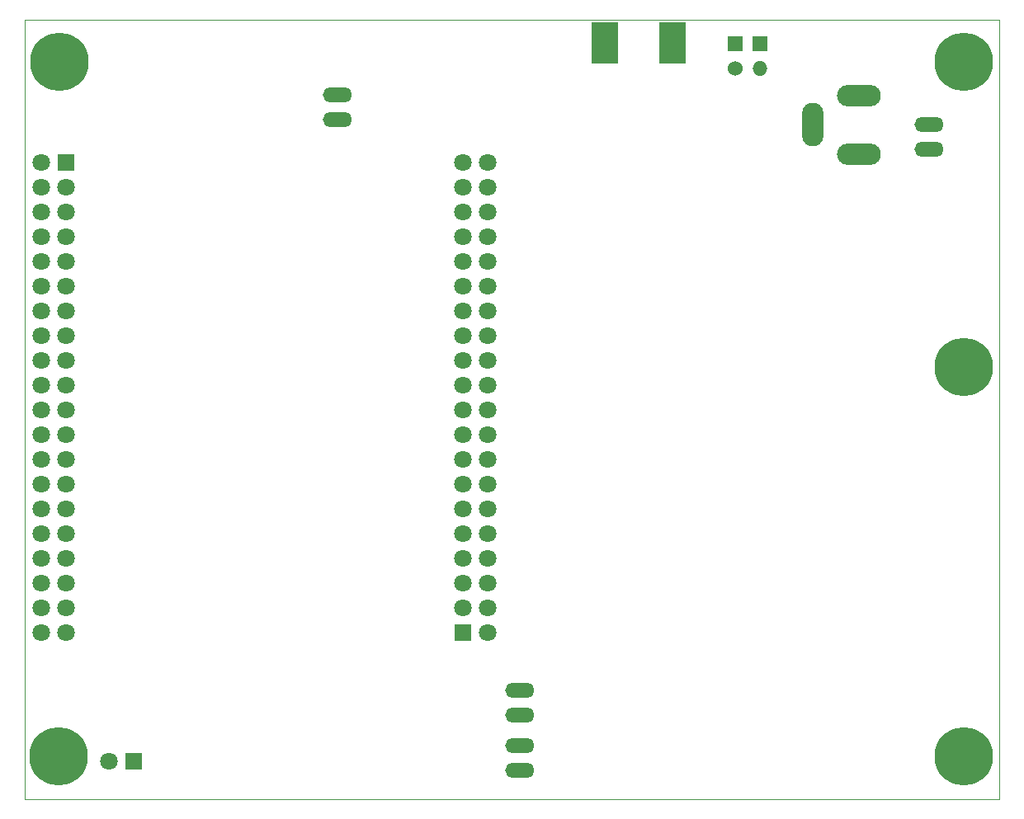
<source format=gbp>
G04 (created by PCBNEW-RS274X (2012-08-04 BZR 3667)-testing) date 10/11/2012 4:33:33 PM*
%MOIN*%
G04 Gerber Fmt 3.4, Leading zero omitted, Abs format*
%FSLAX34Y34*%
G01*
G70*
G90*
G04 APERTURE LIST*
%ADD10C,0.006*%
%ADD11C,0.0039*%
%ADD12O,0.1179X0.06*%
%ADD13R,0.105X0.165*%
%ADD14R,0.06X0.06*%
%ADD15O,0.06X0.06*%
%ADD16C,0.06*%
%ADD17O,0.1772X0.086*%
%ADD18O,0.086X0.1772*%
%ADD19C,0.2362*%
%ADD20C,0.0707*%
%ADD21R,0.0707X0.0707*%
G04 APERTURE END LIST*
G54D10*
G54D11*
X37795Y-22047D02*
X37795Y-53542D01*
X77165Y-22047D02*
X37795Y-22047D01*
X77165Y-53542D02*
X77165Y-22047D01*
X37795Y-53542D02*
X77165Y-53542D01*
G54D12*
X50432Y-25089D03*
X50432Y-26088D03*
X57781Y-50138D03*
X57781Y-49139D03*
X57781Y-52383D03*
X57781Y-51384D03*
X74331Y-26276D03*
X74331Y-27275D03*
G54D13*
X61221Y-22978D03*
X63973Y-22978D03*
G54D14*
X67493Y-23001D03*
G54D15*
X67493Y-24001D03*
G54D14*
X66494Y-23001D03*
G54D16*
X66494Y-24001D03*
G54D17*
X71500Y-25117D03*
G54D18*
X69610Y-26299D03*
G54D17*
X71500Y-27480D03*
G54D19*
X75717Y-23764D03*
X75717Y-36079D03*
G54D20*
X38445Y-27826D03*
X38445Y-28826D03*
X38445Y-29826D03*
X38445Y-30826D03*
X38445Y-31826D03*
X38445Y-32826D03*
X38445Y-33826D03*
X38445Y-34826D03*
X38445Y-35826D03*
X38445Y-36826D03*
X38445Y-37826D03*
X38445Y-38826D03*
X38445Y-39826D03*
X38445Y-40826D03*
X38445Y-41826D03*
X38445Y-42826D03*
X38445Y-43826D03*
X38445Y-44826D03*
X38445Y-45826D03*
X38445Y-46826D03*
X39444Y-28826D03*
X39444Y-29825D03*
X39445Y-30826D03*
X39445Y-31826D03*
X39445Y-32826D03*
X39445Y-33826D03*
X39445Y-34826D03*
X39445Y-35826D03*
X39445Y-36826D03*
X39445Y-38826D03*
X39445Y-37826D03*
X39445Y-39826D03*
X39445Y-40826D03*
X39445Y-41826D03*
X39445Y-42826D03*
X39445Y-43826D03*
X39445Y-44826D03*
X39445Y-45826D03*
X39444Y-46826D03*
G54D21*
X39444Y-27828D03*
G54D20*
X55496Y-27826D03*
X55496Y-28826D03*
X55496Y-29826D03*
X55496Y-30826D03*
X55496Y-31826D03*
X55496Y-32826D03*
X55496Y-33826D03*
X55496Y-34826D03*
X55496Y-35826D03*
X55496Y-36826D03*
X55496Y-37826D03*
X55496Y-38826D03*
X55496Y-39826D03*
X55496Y-40826D03*
X55495Y-41825D03*
X55496Y-42826D03*
X55496Y-43826D03*
X55496Y-44826D03*
X55496Y-45826D03*
G54D21*
X55494Y-46826D03*
G54D20*
X56496Y-27826D03*
X56496Y-28826D03*
X56496Y-29826D03*
X56496Y-30826D03*
X56496Y-31826D03*
X56496Y-32826D03*
X56496Y-34826D03*
X56496Y-33826D03*
X56496Y-36826D03*
X56496Y-35826D03*
X56496Y-37826D03*
X56496Y-39826D03*
X56496Y-38826D03*
X56496Y-46826D03*
X56496Y-45826D03*
X56496Y-44826D03*
X56496Y-43826D03*
X56496Y-41826D03*
X56496Y-40826D03*
X56496Y-42826D03*
X41194Y-52031D03*
G54D21*
X42195Y-52031D03*
G54D19*
X75717Y-51827D03*
X39173Y-51831D03*
X39177Y-23760D03*
M02*

</source>
